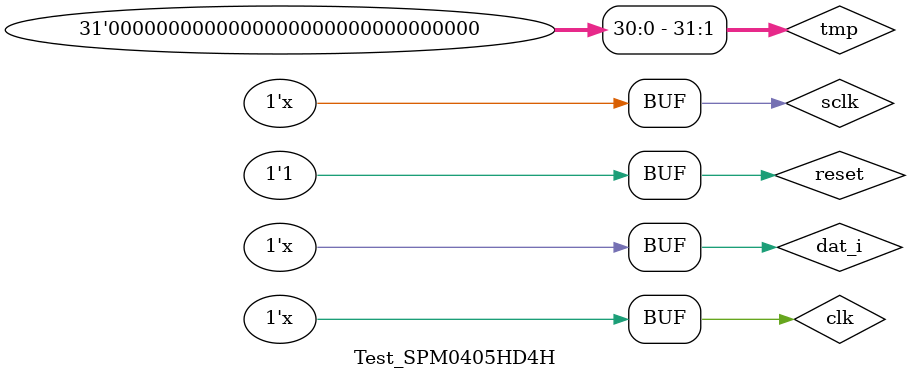
<source format=v>
`timescale 1ns / 1ps


module Test_SPM0405HD4H;

	// Inputs
	reg clk;
	reg reset;
	reg sclk;
	reg dat_i;

	// Outputs
	wire dv;
	wire signed [15:0] dat_o;

	// Instantiate the Unit Under Test (UUT)
	SPM0405HD4H uut (
			.clk(clk),
			.reset(reset),
			.sclk(sclk),
			.dat_i(dat_i),
			.dv(dv),
	.dat_o(dat_o));

	// NbN
	//®ìüg 1MHz:1000 1.2MHz: 2MHz:500 5MHz:200 10MHz:100 50MHz:20 (1/clock *1,000,000,000)
	parameter STEP = 20;
	parameter STEP_half=10;
	always begin
		#STEP_half;
		clk<=~clk;
	end

	parameter STEP_2M = 500;
	parameter STEP_2M_half=250;
	always begin
		#STEP_2M_half;
		sclk<=~sclk;
	end
	
	// Àf[^
	parameter STEP_input = STEP_2M;
	reg [31:0] tmp=0;
	always begin

		#STEP_2M;
		tmp<=$random;
		dat_i<=tmp[0];

	end
	initial begin
		// Initialize Inputs
		clk = 0;
		reset = 1;
		sclk = 0;
		dat_i = 0;

		// Wait 100 ns for global reset to finish
		#100;

		// Add stimulus here
		
	end
      
endmodule


</source>
